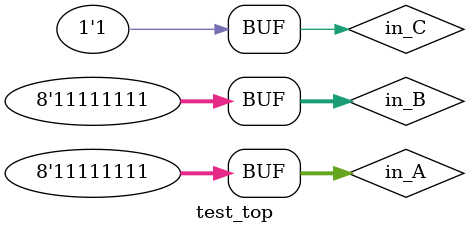
<source format=v>
`timescale 1ns/1ns

module test_top ()	;
	reg [7:0] in_A, in_B;
	reg in_C;
	
	wire [7:0] w_S;
	wire w_C;
	
	CarrySelect8 U0 ( .in_A(in_A), .in_B(in_B), .in_C(in_C), .out_S(w_S), .out_C(w_C) );
	
	initial begin
		in_A <= 8'b00000000;
		in_B <= 8'b00000000	;
		in_C <= 1'b0;		 
		
		#10
		in_A <= 8'b00000000;
		in_B <= 8'b00000000	;
		in_C <= 1'b1;
		
		#10
		in_A <= 8'b00000001;
		in_B <= 8'b00000001;
		in_C <= 1'b0	  ;
		
		#10
		in_A <= 8'b11111111	  ;
		in_B <= 8'b00000000	  ;
		in_C <= 1'b1	   ;
		
		#10
		in_A <= 8'b11111111	;
		in_B <= 8'b11111111	;
		in_C <= 1'b0	 ;
		
		#10
		in_A <= 8'b11111111	;
		in_B <= 8'b11111111;
		in_C <= 1'b1   	;
	end
endmodule		
</source>
